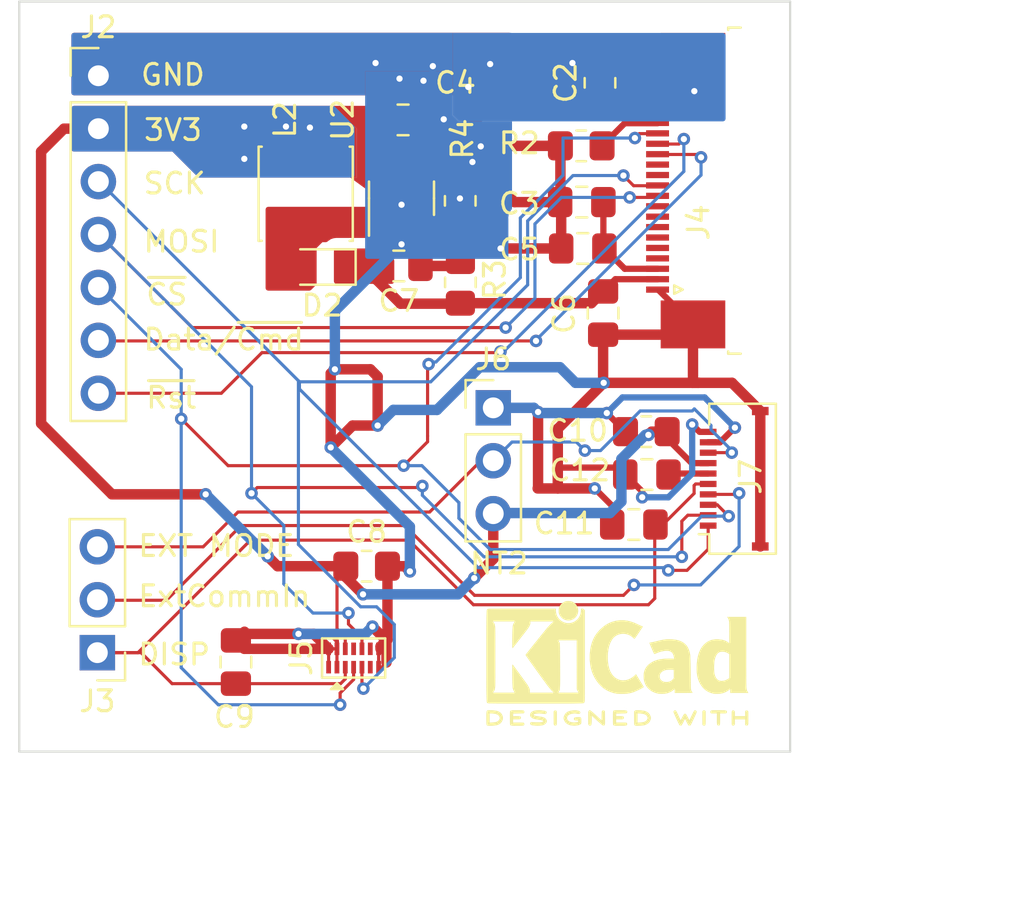
<source format=kicad_pcb>
(kicad_pcb (version 20221018) (generator pcbnew)
  (layers (0 "F.Cu" signal) (31 "B.Cu" signal) (34 "B.Paste" user) (35 "F.Paste" user) (36 "B.SilkS" user "B.Silkscreen") (37 "F.SilkS" user "F.Silkscreen") (38 "B.Mask" user) (39 "F.Mask" user) (44 "Edge.Cuts" user))
  (net 0 "")
  (net 1 "/3V3")
  (net 2 "GND")
  (net 3 "/OLED 0.6\"/V_{COMH}")
  (net 4 "+12V")
  (net 5 "Net-(U2-FB)")
  (net 6 "/DISP")
  (net 7 "VSS")
  (net 8 "/JDI Memory LCD 1.282in/VDDA")
  (net 9 "VSSA")
  (net 10 "/OLED 0.6\"/SW")
  (net 11 "/SCK")
  (net 12 "/MOSI")
  (net 13 "/~{CS}")
  (net 14 "/Data{slash}~{Cmd}")
  (net 15 "/~{RES}")
  (net 16 "/EXTCOMMIN")
  (net 17 "/EXTMODE")
  (net 26 "/OLED 0.6\"/I_{REF}")
  (footprint "Connector_PinHeader_2.54mm:PinHeader_1x03_P2.54mm_Vertical" (layer "F.Cu") (at 90.1972 91.1506 180)
    (fp_text reference "J3")
    (fp_text value "Conn_01x03")
  )
  (footprint "Connector_FFC-FPC:TE_2-1734839-0_1x20-1MP_P0.5mm_Horizontal" (layer "F.Cu") (at 118.4358 68.9756 90)
    (fp_text reference "J4")
    (fp_text value "FPC 20PIN P0.5mm")
  )
  (footprint "Connector_PinHeader_2.54mm:PinHeader_1x03_P2.54mm_Vertical" (layer "F.Cu") (at 109.2 79.4)
    (fp_text reference "J6")
    (fp_text value "Conn_01x03")
  )
  (footprint "Inductor_SMD:L_Sunlord_SWPA4012S" (layer "F.Cu") (at 100.1972 69.1256 -90)
    (fp_text reference "L2")
    (fp_text value "22u")
  )
  (footprint "Capacitor_SMD:C_0805_2012Metric_Pad1.18x1.45mm_HandSolder" (layer "F.Cu") (at 104.871356 65.579444)
    (fp_text reference "C4")
    (fp_text value "4.7u 16V")
  )
  (footprint "Package_TO_SOT_SMD:SOT-23-5" (layer "F.Cu") (at 104.795156 69.338644 90)
    (fp_text reference "U2")
    (fp_text value "TPS61040DBV")
  )
  (footprint "Resistor_SMD:R_0805_2012Metric_Pad1.20x1.40mm_HandSolder" (layer "F.Cu") (at 107.6222 73.377244 90)
    (fp_text reference "R3")
    (fp_text value "118K")
  )
  (footprint "Capacitor_SMD:C_0805_2012Metric_Pad1.18x1.45mm_HandSolder" (layer "F.Cu") (at 116.5722 82.6006 180)
    (fp_text reference "C12")
    (fp_text value "0.1u 10V")
  )
  (footprint "Resistor_SMD:R_0805_2012Metric_Pad1.20x1.40mm_HandSolder" (layer "F.Cu") (at 103.1222 87.0006)
    (fp_text reference "C8")
    (fp_text value "1u 10V")
  )
  (footprint "NetTie:NetTie-3_SMD_Pad0.5mm" (layer "F.Cu") (at 112.2972 82.2688 90)
    (fp_text reference "NT2")
    (fp_text value "NetTie_3_Tee")
  )
  (footprint "Capacitor_SMD:C_0805_2012Metric_Pad1.18x1.45mm_HandSolder" (layer "F.Cu") (at 115.9472 85.0006 180)
    (fp_text reference "C11")
    (fp_text value "0.1u 10V")
  )
  (footprint "Resistor_SMD:R_0805_2012Metric_Pad1.20x1.40mm_HandSolder" (layer "F.Cu") (at 113.4222 66.8256 180)
    (fp_text reference "R2")
    (fp_text value "1M")
  )
  (footprint "Capacitor_SMD:C_0805_2012Metric_Pad1.18x1.45mm_HandSolder" (layer "F.Cu") (at 113.4472 69.5256 180)
    (fp_text reference "C3")
    (fp_text value "4.7u 16V")
  )
  (footprint "Capacitor_SMD:C_0805_2012Metric_Pad1.18x1.45mm_HandSolder" (layer "F.Cu") (at 96.8472 91.6006 90)
    (fp_text reference "C9")
    (fp_text value "0.1u 10V")
  )
  (footprint "Capacitor_SMD:C_0805_2012Metric_Pad1.18x1.45mm_HandSolder" (layer "F.Cu") (at 104.668156 72.589844 180)
    (fp_text reference "C7")
    (fp_text value "22p 16V")
  )
  (footprint "Capacitor_SMD:C_0805_2012Metric_Pad1.18x1.45mm_HandSolder" (layer "F.Cu") (at 113.4972 71.7506 180)
    (fp_text reference "C5")
    (fp_text value "0.1u 16V")
  )
  (footprint "IotPi_Connector_Hirose:BM20B(0.8)-10DS-0.4V" (layer "F.Cu") (at 102.4972 91.4068)
    (fp_text reference "J5")
    (fp_text value "BM20B(0.8)-10DS-0.4V")
  )
  (footprint "Resistor_SMD:R_0805_2012Metric_Pad1.20x1.40mm_HandSolder" (layer "F.Cu") (at 116.5468 80.5432 180)
    (fp_text reference "C10")
    (fp_text value "1u 10V")
  )
  (footprint "Diode_SMD:D_SOD-323" (layer "F.Cu") (at 100.985156 72.640644 180)
    (fp_text reference "D2")
    (fp_text value "1N4148")
  )
  (footprint "IotPi_Connector_FPC:Kinghelm_KH-FPC0.5-H1.0SMT-10P-QCHF" (layer "F.Cu") (at 120.8648 82.8038 90)
    (fp_text reference "J7")
    (fp_text value "FPC 10PIN P0.5mm")
  )
  (footprint "Connector_PinHeader_2.54mm:PinHeader_1x07_P2.54mm_Vertical" (layer "F.Cu") (at 90.2472 63.4606)
    (fp_text reference "J2")
    (fp_text value "Conn_01x07")
  )
  (footprint "Symbol:KiCad-Logo2_5mm_SilkScreen" (layer "F.Cu") (at 115.15 91.65)
    (fp_text reference "REF**" hide)
    (fp_text value "KiCad-Logo2_5mm_SilkScreen" hide)
  )
  (footprint "Resistor_SMD:R_0805_2012Metric_Pad1.20x1.40mm_HandSolder" (layer "F.Cu") (at 107.614556 69.465644 90)
    (fp_text reference "R4")
    (fp_text value "13K3")
  )
  (footprint "Capacitor_SMD:C_0805_2012Metric_Pad1.18x1.45mm_HandSolder" (layer "F.Cu") (at 114.4722 74.8506 -90)
    (fp_text reference "C6")
    (fp_text value "4.7u 16V")
  )
  (footprint "Resistor_SMD:R_0805_2012Metric_Pad1.20x1.40mm_HandSolder" (layer "F.Cu") (at 114.3222 63.8006 90)
    (fp_text reference "C2")
    (fp_text value "1u 10V")
  )
  (gr_line (start 123.45 95.9) (end 86.45 95.9) (stroke (width 0.1)) (layer "Edge.Cuts"))
  (gr_line (start 86.45 59.9) (end 123.45 59.9) (stroke (width 0.1)) (layer "Edge.Cuts"))
  (gr_line (start 86.45 95.9) (end 86.45 59.9) (stroke (width 0.1)) (layer "Edge.Cuts"))
  (gr_line (start 123.45 59.9) (end 123.45 95.9) (stroke (width 0.1)) (layer "Edge.Cuts"))
  (gr_text "SCK" (at 92.329 69.215) (layer "F.SilkS") (effects (font (size 1 1)) (justify left bottom)))
  (gr_text "ExtCommIn" (at 92.075 89.027) (layer "F.SilkS") (effects (font (size 1 1)) (justify left bottom)))
  (gr_text "~{Rst}" (at 92.456 79.502) (layer "F.SilkS") (effects (font (size 1 1)) (justify left bottom)))
  (gr_text "DISP" (at 92.075 91.821) (layer "F.SilkS") (effects (font (size 1 1)) (justify left bottom)))
  (gr_text "EXT MODE" (at 92.075 86.614) (layer "F.SilkS") (effects (font (size 1 1)) (justify left bottom)))
  (gr_text "MOSI" (at 92.329 72.009) (layer "F.SilkS") (effects (font (size 1 1)) (justify left bottom)))
  (gr_text "Data/~{Cmd}" (at 92.329 76.708) (layer "F.SilkS") (effects (font (size 1 1)) (justify left bottom)))
  (gr_text "~{CS}" (at 92.456 74.549) (layer "F.SilkS") (effects (font (size 1 1)) (justify left bottom)))
  (gr_text "GND" (at 92.2 64) (layer "F.SilkS") (effects (font (size 1 1)) (justify left bottom)))
  (gr_text "3V3" (at 92.35 66.65) (layer "F.SilkS") (effects (font (size 1 1)) (justify left bottom)))
  (segment (start 117.5468 80.5432) (end 116.8031 80.5432) (width 0.5) (layer "F.Cu") (net 1))
  (segment (start 119.5148 82.0538) (end 118.723928 82.0538) (width 0.3) (layer "F.Cu") (net 1))
  (segment (start 108.28489 87.572424) (end 109.2 86.657314) (width 0.5) (layer "F.Cu") (net 1))
  (segment (start 109.1457 64.8006) (end 105.745156 68.201144) (width 0.5) (layer "F.Cu") (net 1))
  (segment (start 102.1222 87.5256) (end 102.9472 88.3506) (width 0.5) (layer "F.Cu") (net 1))
  (segment (start 116.8031 80.5432) (end 116.6463 80.7) (width 0.5) (layer "F.Cu") (net 1))
  (segment (start 102.0972 90.9668) (end 102.0972 90.4018) (width 0.15) (layer "F.Cu") (net 1))
  (segment (start 117.5468 80.876672) (end 117.5468 80.5432) (width 0.3) (layer "F.Cu") (net 1))
  (segment (start 114.7604 65.2388) (end 114.3222 64.8006) (width 0.3) (layer "F.Cu") (net 1))
  (segment (start 118.723928 82.0538) (end 117.5468 80.876672) (width 0.3) (layer "F.Cu") (net 1))
  (segment (start 98.3722 86.5256) (end 98.8472 87.0006) (width 0.5) (layer "F.Cu") (net 1))
  (segment (start 101.7 87.4228) (end 102.1222 87.0006) (width 0.15) (layer "F.Cu") (net 1))
  (segment (start 98.8472 87.0006) (end 102.1222 87.0006) (width 0.5) (layer "F.Cu") (net 1))
  (segment (start 90.8972 83.5506) (end 87.4972 80.1506) (width 0.5) (layer "F.Cu") (net 1))
  (segment (start 109.2 86.657314) (end 109.2 84.48) (width 0.5) (layer "F.Cu") (net 1))
  (segment (start 87.4972 67.1006) (end 88.5972 66.0006) (width 0.5) (layer "F.Cu") (net 1))
  (segment (start 88.5972 66.0006) (end 90.2472 66.0006) (width 0.5) (layer "F.Cu") (net 1))
  (segment (start 101.7 90.0046) (end 101.7 87.4228) (width 0.15) (layer "F.Cu") (net 1))
  (segment (start 114.3222 64.8006) (end 109.1457 64.8006) (width 0.5) (layer "F.Cu") (net 1))
  (segment (start 87.4972 80.1506) (end 87.4972 67.1006) (width 0.5) (layer "F.Cu") (net 1))
  (segment (start 117.0858 65.2388) (end 114.7604 65.2388) (width 0.3) (layer "F.Cu") (net 1))
  (segment (start 102.1222 87.0006) (end 102.1222 87.5256) (width 0.5) (layer "F.Cu") (net 1))
  (segment (start 95.3972 83.5506) (end 90.8972 83.5506) (width 0.5) (layer "F.Cu") (net 1))
  (segment (start 102.0972 90.4018) (end 101.7 90.0046) (width 0.15) (layer "F.Cu") (net 1))
  (via (at 97.25 67.45) (size 0.6) (drill 0.3) (layers "F.Cu" "B.Cu") (net 1))
  (via (at 100.4 65.95) (size 0.6) (drill 0.3) (layers "F.Cu" "B.Cu") (net 1))
  (via (at 98.3722 86.5256) (size 0.6) (drill 0.3) (layers "F.Cu" "B.Cu") (net 1))
  (via (at 102.9472 88.3506) (size 0.6) (drill 0.3) (layers "F.Cu" "B.Cu") (net 1))
  (via (at 95.3972 83.5506) (size 0.6) (drill 0.3) (layers "F.Cu" "B.Cu") (net 1))
  (via (at 97.25 65.9) (size 0.6) (drill 0.3) (layers "F.Cu" "B.Cu") (net 1))
  (via (at 116.6463 80.7) (size 0.6) (drill 0.3) (layers "F.Cu" "B.Cu") (net 1))
  (via (at 99.25 65.9) (size 0.6) (drill 0.3) (layers "F.Cu" "B.Cu") (net 1))
  (via (at 108.28489 87.572424) (size 0.6) (drill 0.3) (layers "F.Cu" "B.Cu") (net 1))
  (segment (start 109.2 84.48) (end 109.23 84.45) (width 0.5) (layer "B.Cu") (net 1))
  (segment (start 107.506714 88.3506) (end 102.9472 88.3506) (width 0.5) (layer "B.Cu") (net 1))
  (segment (start 108.28489 87.572424) (end 107.506714 88.3506) (width 0.5) (layer "B.Cu") (net 1))
  (segment (start 109.23 84.45) (end 114.8 84.45) (width 0.5) (layer "B.Cu") (net 1))
  (segment (start 115.35 83.9) (end 115.35 81.85) (width 0.5) (layer "B.Cu") (net 1))
  (segment (start 98.3722 86.5256) (end 95.3972 83.5506) (width 0.5) (layer "B.Cu") (net 1))
  (segment (start 114.8 84.45) (end 115.35 83.9) (width 0.5) (layer "B.Cu") (net 1))
  (segment (start 115.35 81.85) (end 116.5 80.7) (width 0.5) (layer "B.Cu") (net 1))
  (segment (start 116.5 80.7) (end 116.6463 80.7) (width 0.5) (layer "B.Cu") (net 1))
  (segment (start 117.0858 64.2388) (end 116.5104 64.2388) (width 0.3) (layer "F.Cu") (net 2))
  (segment (start 114.554 62.5688) (end 118.7858 62.5688) (width 0.3) (layer "F.Cu") (net 2))
  (segment (start 97.3591 90.25) (end 99.85 90.25) (width 0.5) (layer "F.Cu") (net 2))
  (segment (start 118.7858 64.1358) (end 118.85 64.2) (width 0.5) (layer "F.Cu") (net 2))
  (segment (start 119.0472 78.2) (end 118.75 78.2) (width 0.5) (layer "F.Cu") (net 2))
  (segment (start 112.4222 69.5131) (end 112.4097 69.5256) (width 0.5) (layer "F.Cu") (net 2))
  (segment (start 116.2354 64.7388) (end 114.3222 62.8256) (width 0.3) (layer "F.Cu") (net 2))
  (segment (start 103.7892 90.8552) (end 103.7892 90.9668) (width 0.5) (layer "F.Cu") (net 2))
  (segment (start 107.614556 68.185444) (end 108.2 67.6) (width 0.5) (layer "F.Cu") (net 2))
  (segment (start 105.908856 63.758856) (end 105.85 63.7) (width 0.5) (layer "F.Cu") (net 2))
  (segment (start 101.6972 91.8468) (end 101.6972 90.9668) (width 0.15) (layer "F.Cu") (net 2))
  (segment (start 118.75 78.2) (end 118.7858 78.1642) (width 0.5) (layer "F.Cu") (net 2))
  (segment (start 117.1158 73.7256) (end 118.7858 75.3956) (width 0.3) (layer "F.Cu") (net 2))
  (segment (start 109.2546 66.8256) (end 108.6244 66.8256) (width 0.5) (layer "F.Cu") (net 2))
  (segment (start 114.3222 62.8256) (end 114.3222 62.8006) (width 0.3) (layer "F.Cu") (net 2))
  (segment (start 101.3972 81.3006) (end 101.3972 77.7506) (width 0.5) (layer "F.Cu") (net 2))
  (segment (start 103.65 80.25) (end 102.4478 80.25) (width 0.5) (layer "F.Cu") (net 2))
  (segment (start 120.661 78.2) (end 122.0148 79.5538) (width 0.5) (layer "F.Cu") (net 2))
  (segment (start 102.4478 80.25) (end 101.3972 81.3006) (width 0.5) (layer "F.Cu") (net 2))
  (segment (start 104.795156 70.476144) (end 104.795156 71.548556) (width 0.5) (layer "F.Cu") (net 2))
  (segment (start 108.6244 66.8256) (end 108.6 66.85) (width 0.5) (layer "F.Cu") (net 2))
  (segment (start 104.1222 87.0006) (end 104.9472 87.0006) (width 0.5) (layer "F.Cu") (net 2))
  (segment (start 109.162244 68.465644) (end 107.614556 68.465644) (width 0.5) (layer "F.Cu") (net 2))
  (segment (start 105.908856 65.579444) (end 106.793356 65.579444) (width 0.5) (layer "F.Cu") (net 2))
  (segment (start 104.1222 90.5222) (end 104.0472 90.5972) (width 0.5) (layer "F.Cu") (net 2))
  (segment (start 99.85 90.25) (end 100.5804 90.25) (width 0.5) (layer "F.Cu") (net 2))
  (segment (start 103.65 77.9) (end 103.3006 77.5506) (width 0.5) (layer "F.Cu") (net 2))
  (segment (start 112.2972 80.4028) (end 114.4722 78.2278) (width 0.5) (layer "F.Cu") (net 2))
  (segment (start 101.2972 91.8468) (end 101.2972 90.9668) (width 0.15) (layer "F.Cu") (net 2))
  (segment (start 117.0858 73.7256) (end 117.1158 73.7256) (width 0.3) (layer "F.Cu") (net 2))
  (segment (start 101.6972 90.9668) (end 101.2972 90.9668) (width 0.15) (layer "F.Cu") (net 2))
  (segment (start 106.8222 65.5506) (end 106.8222 63.5222) (width 0.5) (layer "F.Cu") (net 2))
  (segment (start 103.6972 91.8468) (end 103.6972 90.9668) (width 0.15) (layer "F.Cu") (net 2))
  (segment (start 103.65 80.25) (end 103.65 77.9) (width 0.5) (layer "F.Cu") (net 2))
  (segment (start 103.851 91.8468) (end 104.0739 91.6239) (width 0.15) (layer "F.Cu") (net 2))
  (segment (start 104.9472 87.0006) (end 105.1972 87.2506) (width 0.5) (layer "F.Cu") (net 2))
  (segment (start 104.0739 90.6239) (end 104.0472 90.5972) (width 0.5) (layer "F.Cu") (net 2))
  (segment (start 112.4222 66.8256) (end 112.4222 69.5131) (width 0.5) (layer "F.Cu") (net 2))
  (segment (start 101.3972 77.7506) (end 101.5972 77.5506) (width 0.5) (layer "F.Cu") (net 2))
  (segment (start 118.7858 62.5556) (end 118.7858 64.1358) (width 0.5) (layer "F.Cu") (net 2))
  (segment (start 114.3222 62.8006) (end 114.554 62.5688) (width 0.3) (layer "F.Cu") (net 2))
  (segment (start 107.614556 69.335444) (end 107.6 69.35) (width 0.5) (layer "F.Cu") (net 2))
  (segment (start 112.2972 81.2688) (end 112.2972 80.4028) (width 0.5) (layer "F.Cu") (net 2))
  (segment (start 112.4597 71.7506) (end 111.1472 71.7506) (width 0.5) (layer "F.Cu") (net 2))
  (segment (start 119.0472 78.2) (end 120.661 78.2) (width 0.5) (layer "F.Cu") (net 2))
  (segment (start 103.6972 87.4256) (end 104.1222 87.0006) (width 0.15) (layer "F.Cu") (net 2))
  (segment (start 112.4597 71.7506) (end 112.4597 69.5756) (width 0.5) (layer "F.Cu") (net 2))
  (segment (start 101.2972 90.9668) (end 97.2509 90.9668) (width 0.5) (layer "F.Cu") (net 2))
  (segment (start 114.5 78.2) (end 119.0472 78.2) (width 0.5) (layer "F.Cu") (net 2))
  (segment (start 122.0148 79.5538) (end 122.0148 86.0538) (width 0.5) (layer "F.Cu") (net 2))
  (segment (start 107.614556 68.465644) (end 107.614556 68.185444) (width 0.5) (layer "F.Cu") (net 2))
  (segment (start 105.908856 63.812256) (end 105.908856 65.579444) (width 0.5) (layer "F.Cu") (net 2))
  (segment (start 103.6972 91.8468) (end 103.851 91.8468) (width 0.15) (layer "F.Cu") (net 2))
  (segment (start 101.6972 90.9668) (end 101.6972 90.5972) (width 0.2) (layer "F.Cu") (net 2))
  (segment (start 97.2597 90.1506) (end 97.3591 90.25) (width 0.5) (layer "F.Cu") (net 2))
  (segment (start 101.35 90.25) (end 100.5804 90.25) (width 0.2) (layer "F.Cu") (net 2))
  (segment (start 106.8222 63.5222) (end 106.3 63) (width 0.5) (layer "F.Cu") (net 2))
  (segment (start 109.5506 71.7506) (end 109.55 71.75) (width 0.5) (layer "F.Cu") (net 2))
  (segment (start 112.4597 69.5756) (end 112.4097 69.5256) (width 0.5) (layer "F.Cu") (net 2))
  (segment (start 118.7858 78.1642) (end 118.7858 75.3956) (width 0.5) (layer "F.Cu") (net 2))
  (segment (start 111.1472 71.7506) (end 109.5506 71.7506) (width 0.5) (layer "F.Cu") (net 2))
  (segment (start 112.4097 69.5256) (end 110.2222 69.5256) (width 0.5) (layer "F.Cu") (net 2))
  (segment (start 97.2509 90.9668) (end 96.8472 90.5631) (width 0.5) (layer "F.Cu") (net 2))
  (segment (start 104.795156 70.476144) (end 104.795156 69.652644) (width 0.5) (layer "F.Cu") (net 2))
  (segment (start 104.0472 90.5972) (end 103.7892 90.8552) (width 0.5) (layer "F.Cu") (net 2))
  (segment (start 116.5104 64.2388) (end 115.0722 62.8006) (width 0.3) (layer "F.Cu") (net 2))
  (segment (start 103.3006 77.5506) (end 101.5972 77.5506) (width 0.5) (layer "F.Cu") (net 2))
  (segment (start 104.795156 69.652644) (end 104.7972 69.6506) (width 0.5) (layer "F.Cu") (net 2))
  (segment (start 115.0722 62.8006) (end 114.3222 62.8006) (width 0.3) (layer "F.Cu") (net 2))
  (segment (start 114.3222 62.8006) (end 113.0494 62.8006) (width 0.5) (layer "F.Cu") (net 2))
  (segment (start 112.4222 66.8256) (end 109.2546 66.8256) (width 0.5) (layer "F.Cu") (net 2))
  (segment (start 105.908856 63.812256) (end 105.908856 63.758856) (width 0.5) (layer "F.Cu") (net 2))
  (segment (start 107.614556 68.465644) (end 107.614556 69.335444) (width 0.5) (layer "F.Cu") (net 2))
  (segment (start 96.8472 90.5631) (end 97.2597 90.1506) (width 0.5) (layer "F.Cu") (net 2))
  (segment (start 118.2933 75.8881) (end 118.7858 75.3956) (width 0.5) (layer "F.Cu") (net 2))
  (segment (start 104.0222 90.5222) (end 103.4 89.9) (width 0.5) (layer "F.Cu") (net 2))
  (segment (start 101.6972 90.5972) (end 101.35 90.25) (width 0.2) (layer "F.Cu") (net 2))
  (segment (start 113.0494 62.8006) (end 113 62.85) (width 0.5) (layer "F.Cu") (net 2))
  (segment (start 117.0858 64.7388) (end 116.2354 64.7388) (width 0.3) (layer "F.Cu") (net 2))
  (segment (start 104.795156 71.548556) (end 104.7972 71.5506) (width 0.5) (layer "F.Cu") (net 2))
  (segment (start 110.2222 69.5256) (end 109.162244 68.465644) (width 0.5) (layer "F.Cu") (net 2))
  (segment (start 114.4722 75.8881) (end 118.2933 75.8881) (width 0.5) (layer "F.Cu") (net 2))
  (segment (start 104.0739 91.6239) (end 104.0739 90.6239) (width 0.5) (layer "F.Cu") (net 2))
  (segment (start 104.1222 87.0006) (end 104.1222 90.5222) (width 0.5) (layer "F.Cu") (net 2))
  (segment (start 114.45 78.25) (end 114.5 78.2) (width 0.5) (layer "F.Cu") (net 2))
  (segment (start 106.793356 65.579444) (end 106.8222 65.5506) (width 0.5) (layer "F.Cu") (net 2))
  (segment (start 114.4722 78.2278) (end 114.4722 75.8881) (width 0.5) (layer "F.Cu") (net 2))
  (segment (start 104.1222 90.5222) (end 104.0222 90.5222) (width 0.5) (layer "F.Cu") (net 2))
  (segment (start 100.5804 90.25) (end 101.2972 90.9668) (width 0.5) (layer "F.Cu") (net 2))
  (via (at 106.8222 65.5506) (size 0.6) (drill 0.3) (layers "F.Cu" "B.Cu") (net 2))
  (via (at 114.5 78.2) (size 0.6) (drill 0.3) (layers "F.Cu" "B.Cu") (net 2))
  (via (at 109.05 62.9) (size 0.6) (drill 0.3) (layers "F.Cu" "B.Cu") (net 2))
  (via (at 104.7 63.6) (size 0.6) (drill 0.3) (layers "F.Cu" "B.Cu") (net 2))
  (via (at 101.5972 77.5506) (size 0.6) (drill 0.3) (layers "F.Cu" "B.Cu") (net 2))
  (via (at 108.6 66.85) (size 0.6) (drill 0.3) (layers "F.Cu" "B.Cu") (net 2))
  (via (at 105.85 63.7) (size 0.6) (drill 0.3) (layers "F.Cu" "B.Cu") (net 2))
  (via (at 108 64) (size 0.6) (drill 0.3) (layers "F.Cu" "B.Cu") (net 2))
  (via (at 103.4 89.9) (size 0.6) (drill 0.3) (layers "F.Cu" "B.Cu") (net 2))
  (via (at 118.85 64.2) (size 0.6) (drill 0.3) (layers "F.Cu" "B.Cu") (net 2))
  (via (at 113 62.85) (size 0.6) (drill 0.3) (layers "F.Cu" "B.Cu") (net 2))
  (via (at 108.2 67.6) (size 0.6) (drill 0.3) (layers "F.Cu" "B.Cu") (net 2))
  (via (at 103.65 80.25) (size 0.6) (drill 0.3) (layers "F.Cu" "B.Cu") (net 2))
  (via (at 104.7972 71.5506) (size 0.6) (drill 0.3) (layers "F.Cu" "B.Cu") (net 2))
  (via (at 105.1972 87.2506) (size 0.6) (drill 0.3) (layers "F.Cu" "B.Cu") (net 2))
  (via (at 106.3 63) (size 0.6) (drill 0.3) (layers "F.Cu" "B.Cu") (net 2))
  (via (at 99.85 90.25) (size 0.6) (drill 0.3) (layers "F.Cu" "B.Cu") (net 2))
  (via (at 104.7972 69.6506) (size 0.6) (drill 0.3) (layers "F.Cu" "B.Cu") (net 2))
  (via (at 103.55 62.85) (size 0.6) (drill 0.3) (layers "F.Cu" "B.Cu") (net 2))
  (via (at 101.3972 81.3006) (size 0.6) (drill 0.3) (layers "F.Cu" "B.Cu") (net 2))
  (via (at 109.55 71.75) (size 0.6) (drill 0.3) (layers "F.Cu" "B.Cu") (net 2))
  (via (at 107.6 69.35) (size 0.6) (drill 0.3) (layers "F.Cu" "B.Cu") (net 2))
  (segment (start 104.7972 63.6972) (end 104.7 63.6) (width 0.5) (layer "B.Cu") (net 2))
  (segment (start 101.5972 77.5506) (end 101.5972 74.7506) (width 0.5) (layer "B.Cu") (net 2))
  (segment (start 112.4 77.45) (end 108.55 77.45) (width 0.5) (layer "B.Cu") (net 2))
  (segment (start 105.1972 85.1006) (end 101.3972 81.3006) (width 0.5) (layer "B.Cu") (net 2))
  (segment (start 114.5 78.2) (end 113.15 78.2) (width 0.5) (layer "B.Cu") (net 2))
  (segment (start 104.4 79.5) (end 103.65 80.25) (width 0.5) (layer "B.Cu") (net 2))
  (segment (start 108.55 77.45) (end 106.5 79.5) (width 0.5) (layer "B.Cu") (net 2))
  (segment (start 113.15 78.2) (end 112.4 77.45) (width 0.5) (layer "B.Cu") (net 2))
  (segment (start 101.5972 74.7506) (end 104.7972 71.5506) (width 0.5) (layer "B.Cu") (net 2))
  (segment (start 104.7972 69.6506) (end 104.7972 63.6972) (width 0.5) (layer "B.Cu") (net 2))
  (segment (start 106.5 79.5) (end 104.4 79.5) (width 0.5) (layer "B.Cu") (net 2))
  (segment (start 105.1972 87.2506) (end 105.1972 85.1006) (width 0.5) (layer "B.Cu") (net 2))
  (segment (start 103.4 89.9) (end 103.05 90.25) (width 0.5) (layer "B.Cu") (net 2))
  (segment (start 103.05 90.25) (end 99.85 90.25) (width 0.5) (layer "B.Cu") (net 2))
  (segment (start 114.4847 69.5256) (end 114.4847 71.7006) (width 0.3) (layer "F.Cu") (net 3))
  (segment (start 115.5097 72.7256) (end 114.5347 71.7506) (width 0.3) (layer "F.Cu") (net 3))
  (segment (start 117.0858 72.7256) (end 115.5097 72.7256) (width 0.3) (layer "F.Cu") (net 3))
  (segment (start 114.4847 71.7006) (end 114.5347 71.7506) (width 0.3) (layer "F.Cu") (net 3))
  (segment (start 104.7472 74.4006) (end 103.630656 73.284056) (width 0.5) (layer "F.Cu") (net 4))
  (segment (start 107.598844 74.4006) (end 104.7472 74.4006) (width 0.5) (layer "F.Cu") (net 4))
  (segment (start 107.6222 74.377244) (end 113.908056 74.377244) (width 0.5) (layer "F.Cu") (net 4))
  (segment (start 115.0597 73.2256) (end 114.4722 73.8131) (width 0.3) (layer "F.Cu") (net 4))
  (segment (start 113.908056 74.377244) (end 114.4722 73.8131) (width 0.5) (layer "F.Cu") (net 4))
  (segment (start 103.630656 73.284056) (end 103.630656 72.589844) (width 0.5) (layer "F.Cu") (net 4))
  (segment (start 117.0858 73.2256) (end 115.0597 73.2256) (width 0.3) (layer "F.Cu") (net 4))
  (segment (start 103.579856 72.640644) (end 103.630656 72.589844) (width 0.3) (layer "F.Cu") (net 4))
  (segment (start 107.4096 72.589844) (end 107.6222 72.377244) (width 0.5) (layer "F.Cu") (net 5))
  (segment (start 105.745156 70.476144) (end 105.745156 72.550344) (width 0.5) (layer "F.Cu") (net 5))
  (segment (start 107.6222 72.377244) (end 107.6222 70.473288) (width 0.5) (layer "F.Cu") (net 5))
  (segment (start 105.705656 72.589844) (end 107.4096 72.589844) (width 0.5) (layer "F.Cu") (net 5))
  (segment (start 108.2472 88.8506) (end 116.6494 88.8506) (width 0.15) (layer "F.Cu") (net 6))
  (segment (start 90.1972 91.1506) (end 92.2972 91.1506) (width 0.15) (layer "F.Cu") (net 6))
  (segment (start 116.95 85.0353) (end 116.9847 85.0006) (width 0.15) (layer "F.Cu") (net 6))
  (segment (start 93.7847 92.6381) (end 96.8472 92.6381) (width 0.15) (layer "F.Cu") (net 6))
  (segment (start 105.1472 85.7506) (end 108.2472 88.8506) (width 0.15) (layer "F.Cu") (net 6))
  (segment (start 102.0972 92.4118) (end 101.8709 92.6381) (width 0.15) (layer "F.Cu") (net 6))
  (segment (start 92.2972 91.1506) (end 93.7847 92.6381) (width 0.15) (layer "F.Cu") (net 6))
  (segment (start 118.8398 83.508) (end 117.3472 85.0006) (width 0.15) (layer "F.Cu") (net 6))
  (segment (start 97.5472 85.7506) (end 105.1472 85.7506) (width 0.15) (layer "F.Cu") (net 6))
  (segment (start 101.8709 92.6381) (end 96.8472 92.6381) (width 0.15) (layer "F.Cu") (net 6))
  (segment (start 102.0972 91.8468) (end 102.0972 92.4118) (width 0.15) (layer "F.Cu") (net 6))
  (segment (start 118.9148 83.0538) (end 118.8398 83.1288) (width 0.15) (layer "F.Cu") (net 6))
  (segment (start 117.3472 85.0006) (end 116.9847 85.0006) (width 0.15) (layer "F.Cu") (net 6))
  (segment (start 118.8398 83.1288) (end 118.8398 83.508) (width 0.15) (layer "F.Cu") (net 6))
  (segment (start 119.5148 83.0538) (end 118.9148 83.0538) (width 0.15) (layer "F.Cu") (net 6))
  (segment (start 92.1472 91.1506) (end 97.5472 85.7506) (width 0.15) (layer "F.Cu") (net 6))
  (segment (start 90.1972 91.1506) (end 92.1472 91.1506) (width 0.15) (layer "F.Cu") (net 6))
  (segment (start 116.95 88.55) (end 116.95 85.0353) (width 0.15) (layer "F.Cu") (net 6))
  (segment (start 116.6494 88.8506) (end 116.95 88.55) (width 0.15) (layer "F.Cu") (net 6))
  (segment (start 120.083339 81.0538) (end 120.786539 80.3506) (width 0.3) (layer "F.Cu") (net 7))
  (segment (start 112.2972 83.2688) (end 114.0693 83.2688) (width 0.5) (layer "F.Cu") (net 7))
  (segment (start 115.5432 80.5432) (end 115.5468 80.5432) (width 0.3) (layer "F.Cu") (net 7))
  (segment (start 111.35 79.6) (end 111.35 83.25) (width 0.5) (layer "F.Cu") (net 7))
  (segment (start 114.65 79.65) (end 115.5432 80.5432) (width 0.3) (layer "F.Cu") (net 7))
  (segment (start 119.5148 81.0538) (end 120.083339 81.0538) (width 0.3) (layer "F.Cu") (net 7))
  (segment (start 114.9097 84.1092) (end 114.9097 85.0006) (width 0.3) (layer "F.Cu") (net 7))
  (segment (start 114.0693 83.2688) (end 114.9097 84.1092) (width 0.3) (layer "F.Cu") (net 7))
  (segment (start 120.786539 80.3506) (end 120.7972 80.3506) (width 0.3) (layer "F.Cu") (net 7))
  (segment (start 112.2972 83.2688) (end 111.3312 83.2688) (width 0.5) (layer "F.Cu") (net 7))
  (via (at 120.7972 80.3506) (size 0.6) (drill 0.3) (layers "F.Cu" "B.Cu") (net 7))
  (via (at 111.35 79.6) (size 0.6) (drill 0.3) (layers "F.Cu" "B.Cu") (net 7))
  (via (at 114.0693 83.2688) (size 0.6) (drill 0.3) (layers "F.Cu" "B.Cu") (net 7))
  (via (at 114.65 79.65) (size 0.6) (drill 0.3) (layers "F.Cu" "B.Cu") (net 7))
  (segment (start 115.4 78.9) (end 119.3466 78.9) (width 0.3) (layer "B.Cu") (net 7))
  (segment (start 111.35 79.6) (end 111.15 79.4) (width 0.5) (layer "B.Cu") (net 7))
  (segment (start 114.0693 83.2688) (end 114.0693 83.2285) (width 0.3) (layer "B.Cu") (net 7))
  (segment (start 111.15 79.4) (end 109.2 79.4) (width 0.5) (layer "B.Cu") (net 7))
  (segment (start 111.4 79.65) (end 114.65 79.65) (width 0.5) (layer "B.Cu") (net 7))
  (segment (start 119.3466 78.9) (end 120.7972 80.3506) (width 0.3) (layer "B.Cu") (net 7))
  (segment (start 111.35 79.6) (end 111.4 79.65) (width 0.5) (layer "B.Cu") (net 7))
  (segment (start 114.65 79.65) (end 115.4 78.9) (width 0.3) (layer "B.Cu") (net 7))
  (segment (start 119.5148 82.5538) (end 117.6565 82.5538) (width 0.3) (layer "F.Cu") (net 8))
  (segment (start 116.3472 83.6943) (end 116.3472 83.4131) (width 0.3) (layer "F.Cu") (net 9))
  (segment (start 116.3472 83.4131) (end 115.5347 82.6006) (width 0.3) (layer "F.Cu") (net 9))
  (segment (start 112.2972 82.2688) (end 115.2029 82.2688) (width 0.3) (layer "F.Cu") (net 9))
  (segment (start 119.1004 80.5538) (end 118.7472 80.2006) (width 0.3) (layer "F.Cu") (net 9))
  (via (at 118.7472 80.2006) (size 0.6) (drill 0.3) (layers "F.Cu" "B.Cu") (net 9))
  (via (at 116.3472 83.6943) (size 0.6) (drill 0.3) (layers "F.Cu" "B.Cu") (net 9))
  (segment (start 116.3472 83.6943) (end 117.6057 83.6943) (width 0.3) (layer "B.Cu") (net 9))
  (segment (start 117.6057 83.6943) (end 118.7472 82.5528) (width 0.3) (layer "B.Cu") (net 9))
  (segment (start 118.7472 82.5528) (end 118.7472 80.2006) (width 0.3) (layer "B.Cu") (net 9))
  (segment (start 102.8972 92.807) (end 102.8972 91.8468) (width 0.15) (layer "F.Cu") (net 11))
  (segment (start 115.4472 68.2506) (end 115.9354 68.7388) (width 0.15) (layer "F.Cu") (net 11))
  (segment (start 102.9658 92.8756) (end 102.8972 92.807) (width 0.15) (layer "F.Cu") (net 11))
  (segment (start 115.9354 68.7388) (end 117.0858 68.7388) (width 0.15) (layer "F.Cu") (net 11))
  (segment (start 117.6 87.2) (end 118.5 87.2) (width 0.15) (layer "F.Cu") (net 11))
  (segment (start 119.5148 86.1852) (end 119.5148 85.0538) (width 0.15) (layer "F.Cu") (net 11))
  (segment (start 118.5 87.2) (end 119.5148 86.1852) (width 0.15) (layer "F.Cu") (net 11))
  (via (at 102.9658 92.8756) (size 0.6) (drill 0.3) (layers "F.Cu" "B.Cu") (net 11))
  (via (at 115.4472 68.2506) (size 0.6) (drill 0.3) (layers "F.Cu" "B.Cu") (net 11))
  (via (at 117.6 87.2) (size 0.6) (drill 0.3) (layers "F.Cu" "B.Cu") (net 11))
  (segment (start 113.027226 68.2506) (end 110.85 70.427826) (width 0.15) (layer "B.Cu") (net 11))
  (segment (start 117.6 87.2) (end 117.470424 87.070424) (width 0.15) (layer "B.Cu") (net 11))
  (segment (start 106.1994 78.1506) (end 99.8972 78.1506) (width 0.15) (layer "B.Cu") (net 11))
  (segment (start 117.470424 87.070424) (end 108.470424 87.070424) (width 0.15) (layer "B.Cu") (net 11))
  (segment (start 99.8972 78.1506) (end 90.2972 68.5506) (width 0.15) (layer "B.Cu") (net 11))
  (segment (start 99.8472 85.960536) (end 99.8472 78.1006) (width 0.15) (layer "B.Cu") (net 11))
  (segment (start 104.45 91.3914) (end 104.45 89.8) (width 0.15) (layer "B.Cu") (net 11))
  (segment (start 110.85 70.427826) (end 110.85 73.5) (width 0.15) (layer "B.Cu") (net 11))
  (segment (start 108.470424 87.070424) (end 99.8972 78.4972) (width 0.15) (layer "B.Cu") (net 11))
  (segment (start 104.45 89.8) (end 103.6 88.95) (width 0.15) (layer "B.Cu") (net 11))
  (segment (start 115.4472 68.2506) (end 113.027226 68.2506) (width 0.15) (layer "B.Cu") (net 11))
  (segment (start 99.8972 78.4972) (end 99.8972 78.1506) (width 0.15) (layer "B.Cu") (net 11))
  (segment (start 102.9658 92.8756) (end 104.45 91.3914) (width 0.15) (layer "B.Cu") (net 11))
  (segment (start 110.85 73.5) (end 106.1994 78.1506) (width 0.15) (layer "B.Cu") (net 11))
  (segment (start 102.836664 88.95) (end 99.8472 85.960536) (width 0.15) (layer "B.Cu") (net 11))
  (segment (start 103.6 88.95) (end 102.836664 88.95) (width 0.15) (layer "B.Cu") (net 11))
  (segment (start 118.25 84.840693) (end 118.536893 84.5538) (width 0.15) (layer "F.Cu") (net 12))
  (segment (start 105.7222 83.2256) (end 105.7972 83.1506) (width 0.15) (layer "F.Cu") (net 12))
  (segment (start 118.25 86.55) (end 118.25 84.840693) (width 0.15) (layer "F.Cu") (net 12))
  (segment (start 97.8722 83.2256) (end 105.7222 83.2256) (width 0.15) (layer "F.Cu") (net 12))
  (segment (start 102.25 89.7784) (end 102.8972 90.4256) (width 0.15) (layer "F.Cu") (net 12))
  (segment (start 117.024 69.3006) (end 117.0858 69.2388) (width 0.15) (layer "F.Cu") (net 12))
  (segment (start 94.754 75.5474) (end 109.794 75.5474) (width 0.15) (layer "F.Cu") (net 12))
  (segment (start 102.25 89.25) (end 102.25 89.7784) (width 0.15) (layer "F.Cu") (net 12))
  (segment (start 102.8972 90.4256) (end 102.8972 90.9668) (width 0.15) (layer "F.Cu") (net 12))
  (segment (start 90.2972 71.0906) (end 94.754 75.5474) (width 0.15) (layer "F.Cu") (net 12))
  (segment (start 118.536893 84.5538) (end 119.5148 84.5538) (width 0.15) (layer "F.Cu") (net 12))
  (segment (start 115.7472 69.3006) (end 117.024 69.3006) (width 0.15) (layer "F.Cu") (net 12))
  (segment (start 97.5972 83.5006) (end 97.8722 83.2256) (width 0.15) (layer "F.Cu") (net 12))
  (via (at 115.7472 69.3006) (size 0.6) (drill 0.3) (layers "F.Cu" "B.Cu") (net 12))
  (via (at 109.794 75.5474) (size 0.6) (drill 0.3) (layers "F.Cu" "B.Cu") (net 12))
  (via (at 97.5972 83.5006) (size 0.6) (drill 0.3) (layers "F.Cu" "B.Cu") (net 12))
  (via (at 118.25 86.55) (size 0.6) (drill 0.3) (layers "F.Cu" "B.Cu") (net 12))
  (via (at 105.7972 83.1506) (size 0.6) (drill 0.3) (layers "F.Cu" "B.Cu") (net 12))
  (via (at 102.25 89.25) (size 0.6) (drill 0.3) (layers "F.Cu" "B.Cu") (net 12))
  (segment (start 97.5972 78.3906) (end 90.2972 71.0906) (width 0.15) (layer "B.Cu") (net 12))
  (segment (start 97.5972 83.5006) (end 97.5972 78.3906) (width 0.15) (layer "B.Cu") (net 12))
  (segment (start 111.2 70.5728) (end 111.2 74.1414) (width 0.15) (layer "B.Cu") (net 12))
  (segment (start 115.7472 69.3006) (end 112.4722 69.3006) (width 0.15) (layer "B.Cu") (net 12))
  (segment (start 100.5466 89.25) (end 99.1472 87.8506) (width 0.15) (layer "B.Cu") (net 12))
  (segment (start 99.1472 85.0506) (end 97.5972 83.5006) (width 0.15) (layer "B.Cu") (net 12))
  (segment (start 105.7972 83.5972) (end 105.7972 83.1506) (width 0.15) (layer "B.Cu") (net 12))
  (segment (start 102.25 89.25) (end 100.5466 89.25) (width 0.15) (layer "B.Cu") (net 12))
  (segment (start 108.75 86.55) (end 105.7972 83.5972) (width 0.15) (layer "B.Cu") (net 12))
  (segment (start 112.4722 69.3006) (end 111.2 70.5728) (width 0.15) (layer "B.Cu") (net 12))
  (segment (start 99.1472 87.8506) (end 99.1472 85.0506) (width 0.15) (layer "B.Cu") (net 12))
  (segment (start 111.2 74.1414) (end 109.794 75.5474) (width 0.15) (layer "B.Cu") (net 12))
  (segment (start 118.25 86.55) (end 108.75 86.55) (width 0.15) (layer "B.Cu") (net 12))
  (segment (start 101.85 93.0866) (end 102.4972 92.4394) (width 0.15) (layer "F.Cu") (net 13))
  (segment (start 102.4972 92.4394) (end 102.4972 91.8542) (width 0.15) (layer "F.Cu") (net 13))
  (segment (start 119.9523 84.0538) (end 119.5148 84.0538) (width 0.15) (layer "F.Cu") (net 13))
  (segment (start 106.0472 77.3506) (end 106.0472 80.7506) (width 0.15) (layer "F.Cu") (net 13))
  (segment (start 106.0472 81.0284) (end 106.0472 80.7506) (width 0.15) (layer "F.Cu") (net 13))
  (segment (start 104.9 82.1756) (end 96.4722 82.1756) (width 0.15) (layer "F.Cu") (net 13))
  (segment (start 116.209 66.2388) (end 115.9972 66.4506) (width 0.15) (layer "F.Cu") (net 13))
  (segment (start 101.85 93.65) (end 101.85 93.0866) (width 0.15) (layer "F.Cu") (net 13))
  (segment (start 106.0972 77.3006) (end 106.0472 77.3506) (width 0.15) (layer "F.Cu") (net 13))
  (segment (start 104.9 82.1756) (end 106.0472 81.0284) (width 0.15) (layer "F.Cu") (net 13))
  (segment (start 117.0858 66.2388) (end 116.209 66.2388) (width 0.15) (layer "F.Cu") (net 13))
  (segment (start 96.4722 82.1756) (end 94.2222 79.9256) (width 0.15) (layer "F.Cu") (net 13))
  (segment (start 120.4985 84.6) (end 119.9523 84.0538) (width 0.15) (layer "F.Cu") (net 13))
  (via (at 101.85 93.65) (size 0.6) (drill 0.3) (layers "F.Cu" "B.Cu") (net 13))
  (via (at 115.9972 66.4506) (size 0.6) (drill 0.3) (layers "F.Cu" "B.Cu") (net 13))
  (via (at 104.9 82.1756) (size 0.6) (drill 0.3) (layers "F.Cu" "B.Cu") (net 13))
  (via (at 120.4985 84.6) (size 0.6) (drill 0.3) (layers "F.Cu" "B.Cu") (net 13))
  (via (at 106.0972 77.3006) (size 0.6) (drill 0.3) (layers "F.Cu" "B.Cu") (net 13))
  (via (at 94.2222 79.9256) (size 0.6) (drill 0.3) (layers "F.Cu" "B.Cu") (net 13))
  (segment (start 106.0972 77.3006) (end 105.9972 77.2006) (width 0.15) (layer "B.Cu") (net 13))
  (segment (start 106.4494 77.2006) (end 110.5 73.15) (width 0.15) (layer "B.Cu") (net 13))
  (segment (start 96 93.65) (end 94.2222 91.8722) (width 0.15) (layer "B.Cu") (net 13))
  (segment (start 119.2 84.6) (end 120.4985 84.6) (width 0.15) (layer "B.Cu") (net 13))
  (segment (start 101.85 93.65) (end 96 93.65) (width 0.15) (layer "B.Cu") (net 13))
  (segment (start 110.5 73.15) (end 110.5 70.282852) (width 0.15) (layer "B.Cu") (net 13))
  (segment (start 112.5472 68.235652) (end 112.5472 66.4506) (width 0.15) (layer "B.Cu") (net 13))
  (segment (start 94.2222 91.8722) (end 94.2222 79.9256) (width 0.15) (layer "B.Cu") (net 13))
  (segment (start 109.05 86.2) (end 117.6 86.2) (width 0.15) (layer "B.Cu") (net 13))
  (segment (start 94.2222 77.5506) (end 94.2222 79.9256) (width 0.15) (layer "B.Cu") (net 13))
  (segment (start 107.55 84.7) (end 109.05 86.2) (width 0.15) (layer "B.Cu") (net 13))
  (segment (start 90.3022 73.6306) (end 94.2222 77.5506) (width 0.15) (layer "B.Cu") (net 13))
  (segment (start 117.6 86.2) (end 119.2 84.6) (width 0.15) (layer "B.Cu") (net 13))
  (segment (start 105.7756 82.1756) (end 107.55 83.95) (width 0.15) (layer "B.Cu") (net 13))
  (segment (start 107.55 83.95) (end 107.55 84.7) (width 0.15) (layer "B.Cu") (net 13))
  (segment (start 104.9 82.1756) (end 105.7756 82.1756) (width 0.15) (layer "B.Cu") (net 13))
  (segment (start 105.9972 77.2006) (end 106.4494 77.2006) (width 0.15) (layer "B.Cu") (net 13))
  (segment (start 112.5472 66.4506) (end 115.9972 66.4506) (width 0.15) (layer "B.Cu") (net 13))
  (segment (start 90.2972 73.6306) (end 90.3022 73.6306) (width 0.15) (layer "B.Cu") (net 13))
  (segment (start 110.5 70.282852) (end 112.5472 68.235652) (width 0.15) (layer "B.Cu") (net 13))
  (segment (start 111.25 76.1881) (end 90.2747 76.1881) (width 0.15) (layer "F.Cu") (net 14))
  (segment (start 119.0354 67.2388) (end 117.0858 67.2388) (width 0.15) (layer "F.Cu") (net 14))
  (segment (start 90.2747 76.1881) (end 90.2472 76.1606) (width 0.15) (layer "F.Cu") (net 14))
  (segment (start 119.1722 67.3756) (end 119.0354 67.2388) (width 0.15) (layer "F.Cu") (net 14))
  (via (at 111.25 76.1881) (size 0.6) (drill 0.3) (layers "F.Cu" "B.Cu") (net 14))
  (via (at 119.1722 67.3756) (size 0.6) (drill 0.3) (layers "F.Cu" "B.Cu") (net 14))
  (segment (start 119.1722 68.2278) (end 119.1722 67.3756) (width 0.15) (layer "B.Cu") (net 14))
  (segment (start 111.25 76.15) (end 119.1722 68.2278) (width 0.15) (layer "B.Cu") (net 14))
  (segment (start 111.25 76.1881) (end 111.25 76.15) (width 0.15) (layer "B.Cu") (net 14))
  (segment (start 118.109 66.7388) (end 117.0858 66.7388) (width 0.15) (layer "F.Cu") (net 15))
  (segment (start 109.5472 76.7006) (end 109.4972 76.7506) (width 0.15) (layer "F.Cu") (net 15))
  (segment (start 118.3472 66.5006) (end 118.109 66.7388) (width 0.15) (layer "F.Cu") (net 15))
  (segment (start 109.4972 76.7506) (end 98.0972 76.7506) (width 0.15) (layer "F.Cu") (net 15))
  (segment (start 96.1472 78.7006) (end 90.2472 78.7006) (width 0.15) (layer "F.Cu") (net 15))
  (segment (start 98.0972 76.7506) (end 96.1472 78.7006) (width 0.15) (layer "F.Cu") (net 15))
  (via (at 109.5472 76.7006) (size 0.6) (drill 0.3) (layers "F.Cu" "B.Cu") (net 15))
  (via (at 118.3472 66.5006) (size 0.6) (drill 0.3) (layers "F.Cu" "B.Cu") (net 15))
  (segment (start 109.6994 76.7006) (end 118.3472 68.0528) (width 0.15) (layer "B.Cu") (net 15))
  (segment (start 118.3472 68.0528) (end 118.3472 66.5006) (width 0.15) (layer "B.Cu") (net 15))
  (segment (start 109.5472 76.7006) (end 109.6994 76.7006) (width 0.15) (layer "B.Cu") (net 15))
  (segment (start 104.9506 85.0506) (end 108.3 88.4) (width 0.15) (layer "F.Cu") (net 16))
  (segment (start 108.3 88.4) (end 115.45 88.4) (width 0.15) (layer "F.Cu") (net 16))
  (segment (start 119.5148 83.5538) (end 120.9462 83.5538) (width 0.15) (layer "F.Cu") (net 16))
  (segment (start 93.5122 88.6356) (end 97.0972 85.0506) (width 0.15) (layer "F.Cu") (net 16))
  (segment (start 97.0972 85.0506) (end 104.9506 85.0506) (width 0.15) (layer "F.Cu") (net 16))
  (segment (start 115.45 88.4) (end 115.95 87.9) (width 0.15) (layer "F.Cu") (net 16))
  (segment (start 90.1472 88.6356) (end 93.5122 88.6356) (width 0.15) (layer "F.Cu") (net 16))
  (segment (start 120.9462 83.5538) (end 121 83.5) (width 0.15) (layer "F.Cu") (net 16))
  (via (at 115.95 87.9) (size 0.6) (drill 0.3) (layers "F.Cu" "B.Cu") (net 16))
  (via (at 121 83.5) (size 0.6) (drill 0.3) (layers "F.Cu" "B.Cu") (net 16))
  (segment (start 121 86.05) (end 119.15 87.9) (width 0.15) (layer "B.Cu") (net 16))
  (segment (start 121 83.5) (end 121 86.05) (width 0.15) (layer "B.Cu") (net 16))
  (segment (start 119.15 87.9) (end 115.95 87.9) (width 0.15) (layer "B.Cu") (net 16))
  (segment (start 120.6472 81.5506) (end 119.518 81.5506) (width 0.15) (layer "F.Cu") (net 17))
  (segment (start 108.6078 81.94) (end 109.2 81.94) (width 0.15) (layer "F.Cu") (net 17))
  (segment (start 119.518 81.5506) (end 119.5148 81.5538) (width 0.15) (layer "F.Cu") (net 17))
  (segment (start 113.5972 81.4506) (end 113.688558 81.541958) (width 0.15) (layer "F.Cu") (net 17))
  (segment (start 96.9472 84.4006) (end 106.1472 84.4006) (width 0.15) (layer "F.Cu") (net 17))
  (segment (start 90.1972 86.0706) (end 95.2772 86.0706) (width 0.15) (layer "F.Cu") (net 17))
  (segment (start 106.1472 84.4006) (end 108.6078 81.94) (width 0.15) (layer "F.Cu") (net 17))
  (segment (start 95.2772 86.0706) (end 96.9472 84.4006) (width 0.15) (layer "F.Cu") (net 17))
  (via (at 113.5972 81.4506) (size 0.6) (drill 0.3) (layers "F.Cu" "B.Cu") (net 17))
  (via (at 120.6472 81.5506) (size 0.6) (drill 0.3) (layers "F.Cu" "B.Cu") (net 17))
  (segment (start 109.2 81.94) (end 110.0994 81.0406) (width 0.15) (layer "B.Cu") (net 17))
  (segment (start 118.75 79.55) (end 116.25 79.55) (width 0.15) (layer "B.Cu") (net 17))
  (segment (start 114.3494 81.4506) (end 113.5972 81.4506) (width 0.15) (layer "B.Cu") (net 17))
  (segment (start 113.1872 81.0406) (end 113.5972 81.4506) (width 0.15) (layer "B.Cu") (net 17))
  (segment (start 120.6472 81.4472) (end 119.65 80.45) (width 0.15) (layer "B.Cu") (net 17))
  (segment (start 119.65 80.45) (end 119.65 80.25) (width 0.15) (layer "B.Cu") (net 17))
  (segment (start 120.6472 81.5506) (end 120.6472 81.4472) (width 0.15) (layer "B.Cu") (net 17))
  (segment (start 120.638558 81.541958) (end 120.6472 81.5506) (width 0.15) (layer "B.Cu") (net 17))
  (segment (start 110.0994 81.0406) (end 113.1872 81.0406) (width 0.15) (layer "B.Cu") (net 17))
  (segment (start 119.65 80.25) (end 118.85 79.45) (width 0.15) (layer "B.Cu") (net 17))
  (segment (start 118.85 79.45) (end 118.75 79.55) (width 0.15) (layer "B.Cu") (net 17))
  (segment (start 116.25 79.55) (end 114.3494 81.4506) (width 0.15) (layer "B.Cu") (net 17))
  (segment (start 117.0858 65.7388) (end 115.509 65.7388) (width 0.3) (layer "F.Cu") (net 26))
  (segment (start 115.509 65.7388) (end 114.4222 66.8256) (width 0.3) (layer "F.Cu") (net 26))
  (zone (net 4) (net_name "+12V") (layer "F.Cu") (priority 6) (connect_pads yes (clearance 0.5)) (min_thickness 0.25) (fill yes (thermal_gap 0.5) (thermal_bridge_width 0.5))
    (polygon (pts (xy 101.55 71.75) (xy 101.55 73.45) (xy 104.45 73.45) (xy 104.45 71.75)))
  )
  (zone (net 1) (net_name "/3V3") (layer "F.Cu") (connect_pads yes (clearance 0.5)) (min_thickness 0.25) (fill yes (thermal_gap 0.5) (thermal_bridge_width 0.5))
    (polygon (pts (xy 98.2472 64.8006) (xy 98.2472 68.154748) (xy 102.0972 68.1756) (xy 103.09325 68.9) (xy 106.149862 68.9) (xy 106.1472 67.4506) (xy 105.4472 67.4506) (xy 104.4472 66.2006) (xy 104.4472 64.8006)))
  )
  (zone (net 10) (net_name "/OLED 0.6\"/SW") (layer "F.Cu") (priority 1) (connect_pads yes (clearance 0.5)) (min_thickness 0.25) (fill yes (thermal_gap 0.5) (thermal_bridge_width 0.5))
    (polygon (pts (xy 98.2722 73.7756) (xy 100.4222 73.7756) (xy 100.7222 73.4756) (xy 100.7222 71.7256) (xy 100.9972 71.4506) (xy 104.2972 71.4506) (xy 104.2972 69.7506) (xy 98.2722 69.7506)))
  )
  (zone (net 1) (net_name "/3V3") (layers "F&B.Cu") (priority 2) (connect_pads yes (clearance 0.5)) (min_thickness 0.25) (fill yes (thermal_gap 0.5) (thermal_bridge_width 0.5))
    (polygon (pts (xy 88.95 64.85) (xy 101.5 64.85) (xy 102.65 66) (xy 102.65 68.35) (xy 95.05 68.35) (xy 93.8 67.1) (xy 89 67.1) (xy 88.95 67.05)))
  )
  (zone (net 2) (net_name "GND") (layers "F&B.Cu") (priority 3) (connect_pads yes (clearance 0.5)) (min_thickness 0.25) (fill yes (thermal_gap 0.5) (thermal_bridge_width 0.5))
    (polygon (pts (xy 88.95 61.4) (xy 110.1 61.4) (xy 110.1 64.4) (xy 88.95 64.4)))
  )
  (zone (net 2) (net_name "GND") (layer "B.Cu") (priority 4) (connect_pads yes (clearance 0.5)) (min_thickness 0.25) (fill yes (thermal_gap 0.5) (thermal_bridge_width 0.5))
    (polygon (pts (xy 103.05 63.25) (xy 103.05 72.2) (xy 103.1 72.25) (xy 110.1 72.25) (xy 110.1 63.25)))
  )
  (zone (net 2) (net_name "GND") (layer "B.Cu") (priority 5) (connect_pads yes (clearance 0.5)) (min_thickness 0.25) (fill yes (thermal_gap 0.5) (thermal_bridge_width 0.5))
    (polygon (pts (xy 120.3358 61.4056) (xy 107.25 61.4056) (xy 107.25 65.35) (xy 107.55 65.65) (xy 120.35 65.65) (xy 120.35 61.4198)))
  )
)
</source>
